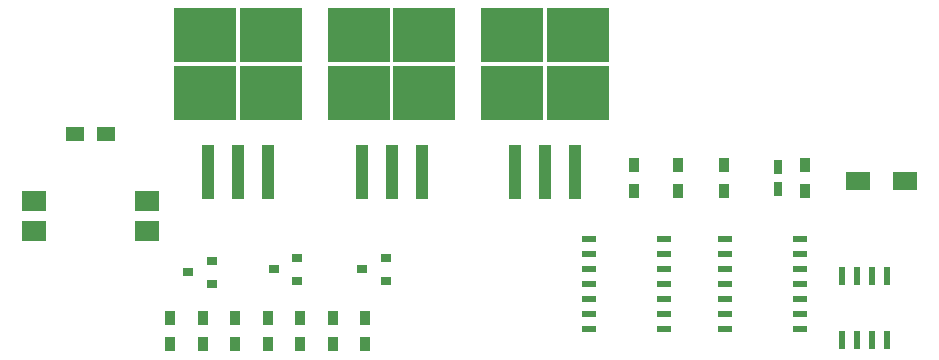
<source format=gbr>
G04 #@! TF.FileFunction,Paste,Top*
%FSLAX46Y46*%
G04 Gerber Fmt 4.6, Leading zero omitted, Abs format (unit mm)*
G04 Created by KiCad (PCBNEW 4.0.7-e2-6376~58~ubuntu16.04.1) date Wed Nov 22 10:08:24 2017*
%MOMM*%
%LPD*%
G01*
G04 APERTURE LIST*
%ADD10C,0.100000*%
%ADD11R,2.000000X1.600000*%
%ADD12R,0.750000X1.200000*%
%ADD13R,0.900000X0.800000*%
%ADD14R,1.100000X4.600000*%
%ADD15R,5.250000X4.550000*%
%ADD16R,0.900000X1.200000*%
%ADD17R,1.500000X1.300000*%
%ADD18R,0.600000X1.550000*%
%ADD19R,1.143000X0.508000*%
%ADD20R,2.000000X1.780000*%
G04 APERTURE END LIST*
D10*
D11*
X122750000Y-79500000D03*
X126750000Y-79500000D03*
D12*
X116000000Y-80200000D03*
X116000000Y-78300000D03*
D13*
X82750000Y-87950000D03*
X82750000Y-86050000D03*
X80750000Y-87000000D03*
X75250000Y-87950000D03*
X75250000Y-86050000D03*
X73250000Y-87000000D03*
X68000000Y-88200000D03*
X68000000Y-86300000D03*
X66000000Y-87250000D03*
D14*
X93710000Y-78775000D03*
X96250000Y-78775000D03*
X98790000Y-78775000D03*
D15*
X99025000Y-67200000D03*
X93475000Y-72050000D03*
X93475000Y-67200000D03*
X99025000Y-72050000D03*
D14*
X80710000Y-78775000D03*
X83250000Y-78775000D03*
X85790000Y-78775000D03*
D15*
X86025000Y-67200000D03*
X80475000Y-72050000D03*
X80475000Y-67200000D03*
X86025000Y-72050000D03*
D14*
X67710000Y-78775000D03*
X70250000Y-78775000D03*
X72790000Y-78775000D03*
D15*
X73025000Y-67200000D03*
X67475000Y-72050000D03*
X67475000Y-67200000D03*
X73025000Y-72050000D03*
D16*
X118250000Y-80350000D03*
X118250000Y-78150000D03*
X111400000Y-80350000D03*
X111400000Y-78150000D03*
X103750000Y-80350000D03*
X103750000Y-78150000D03*
X107500000Y-80350000D03*
X107500000Y-78150000D03*
X81000000Y-91150000D03*
X81000000Y-93350000D03*
X75500000Y-91150000D03*
X75500000Y-93350000D03*
D17*
X56400000Y-75500000D03*
X59100000Y-75500000D03*
D16*
X64500000Y-91150000D03*
X64500000Y-93350000D03*
X67250000Y-91150000D03*
X67250000Y-93350000D03*
X78250000Y-91150000D03*
X78250000Y-93350000D03*
X72750000Y-91150000D03*
X72750000Y-93350000D03*
X70000000Y-91150000D03*
X70000000Y-93350000D03*
D18*
X125155000Y-87550000D03*
X123885000Y-87550000D03*
X122615000Y-87550000D03*
X121345000Y-87550000D03*
X121345000Y-92950000D03*
X122615000Y-92950000D03*
X123885000Y-92950000D03*
X125155000Y-92950000D03*
D19*
X111448000Y-84440000D03*
X111448000Y-85710000D03*
X111448000Y-86980000D03*
X111448000Y-88250000D03*
X111448000Y-89520000D03*
X111448000Y-90790000D03*
X111448000Y-92060000D03*
X117798000Y-92060000D03*
X117798000Y-90790000D03*
X117798000Y-88250000D03*
X117798000Y-86980000D03*
X117798000Y-85710000D03*
X117798000Y-84440000D03*
X117798000Y-89520000D03*
X99948000Y-84440000D03*
X99948000Y-85710000D03*
X99948000Y-86980000D03*
X99948000Y-88250000D03*
X99948000Y-89520000D03*
X99948000Y-90790000D03*
X99948000Y-92060000D03*
X106298000Y-92060000D03*
X106298000Y-90790000D03*
X106298000Y-88250000D03*
X106298000Y-86980000D03*
X106298000Y-85710000D03*
X106298000Y-84440000D03*
X106298000Y-89520000D03*
D20*
X52985000Y-81230000D03*
X62515000Y-83770000D03*
X52985000Y-83770000D03*
X62515000Y-81230000D03*
M02*

</source>
